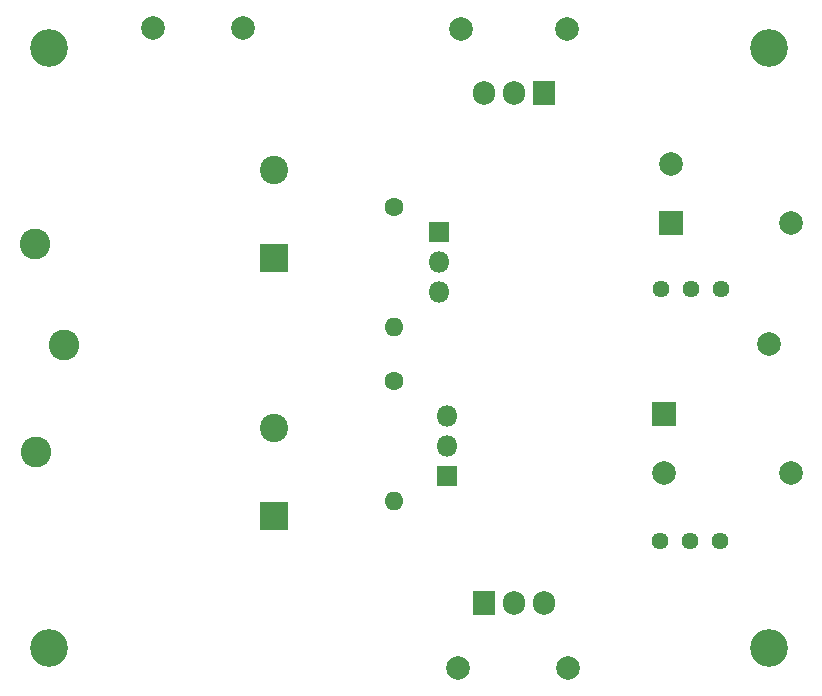
<source format=gbr>
G04 #@! TF.GenerationSoftware,KiCad,Pcbnew,(5.1.10-0-10_14)*
G04 #@! TF.CreationDate,2021-10-17T20:39:04+02:00*
G04 #@! TF.ProjectId,lv-lownoise-psu,6c762d6c-6f77-46e6-9f69-73652d707375,rev?*
G04 #@! TF.SameCoordinates,Original*
G04 #@! TF.FileFunction,Soldermask,Bot*
G04 #@! TF.FilePolarity,Negative*
%FSLAX46Y46*%
G04 Gerber Fmt 4.6, Leading zero omitted, Abs format (unit mm)*
G04 Created by KiCad (PCBNEW (5.1.10-0-10_14)) date 2021-10-17 20:39:04*
%MOMM*%
%LPD*%
G01*
G04 APERTURE LIST*
%ADD10C,2.000000*%
%ADD11R,2.000000X2.000000*%
%ADD12O,1.600000X1.600000*%
%ADD13C,1.600000*%
%ADD14O,1.800000X1.800000*%
%ADD15R,1.800000X1.800000*%
%ADD16O,1.905000X2.000000*%
%ADD17R,1.905000X2.000000*%
%ADD18C,2.400000*%
%ADD19R,2.400000X2.400000*%
%ADD20C,1.440000*%
%ADD21C,2.600000*%
%ADD22C,3.200000*%
G04 APERTURE END LIST*
D10*
X137160000Y-69024500D03*
D11*
X137160000Y-64024500D03*
D10*
X137795000Y-42815500D03*
D11*
X137795000Y-47815500D03*
D10*
X119761000Y-85471000D03*
X129032000Y-85471000D03*
X128968500Y-31369000D03*
X120015000Y-31369000D03*
X93916500Y-31305500D03*
X101536500Y-31305500D03*
X147955000Y-69024500D03*
X146113500Y-58039000D03*
X147955000Y-47815500D03*
D12*
X114300000Y-71374000D03*
D13*
X114300000Y-61214000D03*
D12*
X114300000Y-56642000D03*
D13*
X114300000Y-46482000D03*
D14*
X118808500Y-64198500D03*
X118808500Y-66738500D03*
D15*
X118808500Y-69278500D03*
D14*
X118110000Y-53657500D03*
X118110000Y-51117500D03*
D15*
X118110000Y-48577500D03*
D16*
X127000000Y-80010000D03*
X124460000Y-80010000D03*
D17*
X121920000Y-80010000D03*
D16*
X121920000Y-36830000D03*
X124460000Y-36830000D03*
D17*
X127000000Y-36830000D03*
D18*
X104140000Y-65151000D03*
D19*
X104140000Y-72651000D03*
D18*
X104140000Y-43300000D03*
D19*
X104140000Y-50800000D03*
D20*
X141922500Y-74739500D03*
X139382500Y-74739500D03*
X136842500Y-74739500D03*
X141986000Y-53403500D03*
X139446000Y-53403500D03*
X136906000Y-53403500D03*
D21*
X83921600Y-49631600D03*
X86360000Y-58166000D03*
X83972400Y-67259200D03*
D22*
X146050000Y-33020000D03*
X146050000Y-83820000D03*
X85090000Y-83820000D03*
X85090000Y-33020000D03*
M02*

</source>
